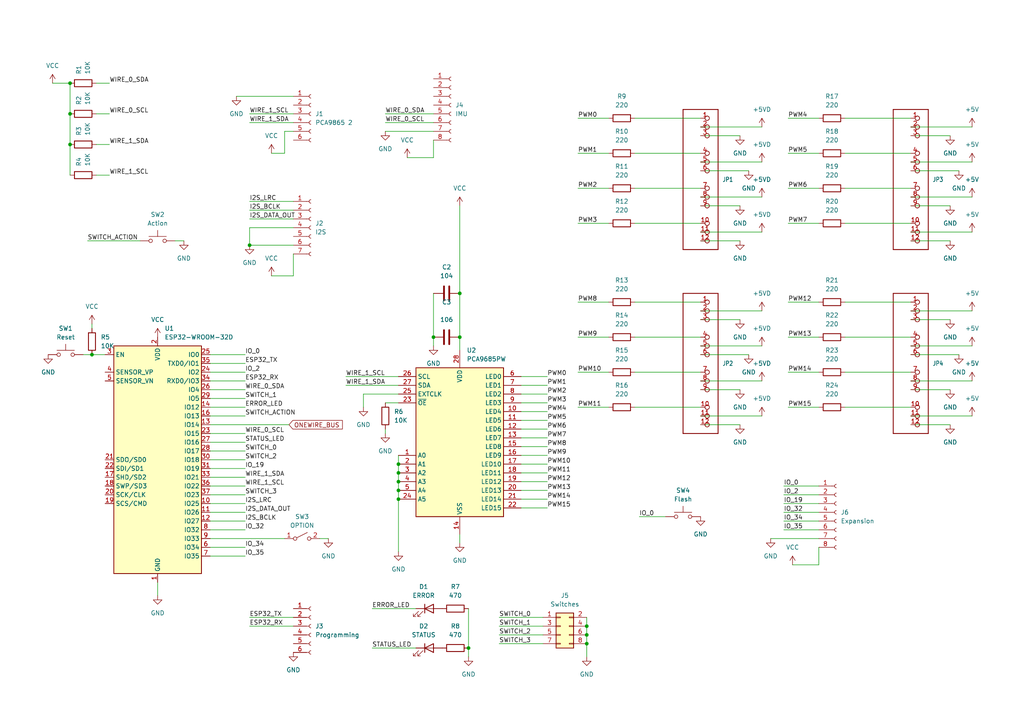
<source format=kicad_sch>
(kicad_sch (version 20211123) (generator eeschema)
  (paper "A4")
  (lib_symbols
    (symbol "Adafruit:HEADER-3X04"
      (property "Reference" "JP" (at -5.08 22.86 0))
      (property "Value" "HEADER-3X04" (at -5.08 -22.86 0))
      (symbol "HEADER-3X04_1_0"
        (polyline (pts (xy -5.08 -20.32) (xy -5.08 20.32)) (stroke (width 0.254)))
        (polyline (pts (xy -5.08 20.32) (xy 5.08 20.32)) (stroke (width 0.254)))
        (polyline (pts (xy 5.08 -20.32) (xy -5.08 -20.32)) (stroke (width 0.254)))
        (polyline (pts (xy 5.08 20.32) (xy 5.08 -20.32)) (stroke (width 0.254)))
        (pin passive inverted (at 0 17.78 0) (length 2.54) (name "1") (number "1"))
        (pin passive inverted (at 0 -12.7 0) (length 2.54) (name "10") (number "10"))
        (pin passive inverted (at 0 -15.24 0) (length 2.54) (name "11") (number "11"))
        (pin passive inverted (at 0 -17.78 0) (length 2.54) (name "12") (number "12"))
        (pin passive inverted (at 0 15.24 0) (length 2.54) (name "2") (number "2"))
        (pin passive inverted (at 0 12.7 0) (length 2.54) (name "3") (number "3"))
        (pin passive inverted (at 0 7.62 0) (length 2.54) (name "4") (number "4"))
        (pin passive inverted (at 0 5.08 0) (length 2.54) (name "5") (number "5"))
        (pin passive inverted (at 0 2.54 0) (length 2.54) (name "6") (number "6"))
        (pin passive inverted (at 0 -2.54 0) (length 2.54) (name "7") (number "7"))
        (pin passive inverted (at 0 -5.08 0) (length 2.54) (name "8") (number "8"))
        (pin passive inverted (at 0 -7.62 0) (length 2.54) (name "9") (number "9"))
      )
    )
    (symbol "Connector:Conn_01x06_Female" (pin_names (offset 1.016) hide)
      (property "Reference" "J" (at 0 7.62 0))
      (property "Value" "Conn_01x06_Female" (at 0 -10.16 0))
      (symbol "Conn_01x06_Female_1_1"
        (arc (start 0 -7.112) (mid -0.508 -7.62) (end 0 -8.128) (stroke (width 0.1524)))
        (arc (start 0 -4.572) (mid -0.508 -5.08) (end 0 -5.588) (stroke (width 0.1524)))
        (arc (start 0 -2.032) (mid -0.508 -2.54) (end 0 -3.048) (stroke (width 0.1524)))
        (polyline (pts (xy -1.27 -7.62) (xy -0.508 -7.62)) (stroke (width 0.1524)))
        (polyline (pts (xy -1.27 -5.08) (xy -0.508 -5.08)) (stroke (width 0.1524)))
        (polyline (pts (xy -1.27 -2.54) (xy -0.508 -2.54)) (stroke (width 0.1524)))
        (polyline (pts (xy -1.27 0) (xy -0.508 0)) (stroke (width 0.1524)))
        (polyline (pts (xy -1.27 2.54) (xy -0.508 2.54)) (stroke (width 0.1524)))
        (polyline (pts (xy -1.27 5.08) (xy -0.508 5.08)) (stroke (width 0.1524)))
        (arc (start 0 0.508) (mid -0.508 0) (end 0 -0.508) (stroke (width 0.1524)))
        (arc (start 0 3.048) (mid -0.508 2.54) (end 0 2.032) (stroke (width 0.1524)))
        (arc (start 0 5.588) (mid -0.508 5.08) (end 0 4.572) (stroke (width 0.1524)))
        (pin passive line (at -5.08 5.08 0) (length 3.81) (name "Pin_1") (number "1"))
        (pin passive line (at -5.08 2.54 0) (length 3.81) (name "Pin_2") (number "2"))
        (pin passive line (at -5.08 0 0) (length 3.81) (name "Pin_3") (number "3"))
        (pin passive line (at -5.08 -2.54 0) (length 3.81) (name "Pin_4") (number "4"))
        (pin passive line (at -5.08 -5.08 0) (length 3.81) (name "Pin_5") (number "5"))
        (pin passive line (at -5.08 -7.62 0) (length 3.81) (name "Pin_6") (number "6"))
      )
    )
    (symbol "Connector:Conn_01x07_Female" (pin_names (offset 1.016) hide)
      (property "Reference" "J" (at 0 10.16 0))
      (property "Value" "Conn_01x07_Female" (at 0 -10.16 0))
      (symbol "Conn_01x07_Female_1_1"
        (arc (start 0 -7.112) (mid -0.508 -7.62) (end 0 -8.128) (stroke (width 0.1524)))
        (arc (start 0 -4.572) (mid -0.508 -5.08) (end 0 -5.588) (stroke (width 0.1524)))
        (arc (start 0 -2.032) (mid -0.508 -2.54) (end 0 -3.048) (stroke (width 0.1524)))
        (polyline (pts (xy -1.27 -7.62) (xy -0.508 -7.62)) (stroke (width 0.1524)))
        (polyline (pts (xy -1.27 -5.08) (xy -0.508 -5.08)) (stroke (width 0.1524)))
        (polyline (pts (xy -1.27 -2.54) (xy -0.508 -2.54)) (stroke (width 0.1524)))
        (polyline (pts (xy -1.27 0) (xy -0.508 0)) (stroke (width 0.1524)))
        (polyline (pts (xy -1.27 2.54) (xy -0.508 2.54)) (stroke (width 0.1524)))
        (polyline (pts (xy -1.27 5.08) (xy -0.508 5.08)) (stroke (width 0.1524)))
        (polyline (pts (xy -1.27 7.62) (xy -0.508 7.62)) (stroke (width 0.1524)))
        (arc (start 0 0.508) (mid -0.508 0) (end 0 -0.508) (stroke (width 0.1524)))
        (arc (start 0 3.048) (mid -0.508 2.54) (end 0 2.032) (stroke (width 0.1524)))
        (arc (start 0 5.588) (mid -0.508 5.08) (end 0 4.572) (stroke (width 0.1524)))
        (arc (start 0 8.128) (mid -0.508 7.62) (end 0 7.112) (stroke (width 0.1524)))
        (pin passive line (at -5.08 7.62 0) (length 3.81) (name "Pin_1") (number "1"))
        (pin passive line (at -5.08 5.08 0) (length 3.81) (name "Pin_2") (number "2"))
        (pin passive line (at -5.08 2.54 0) (length 3.81) (name "Pin_3") (number "3"))
        (pin passive line (at -5.08 0 0) (length 3.81) (name "Pin_4") (number "4"))
        (pin passive line (at -5.08 -2.54 0) (length 3.81) (name "Pin_5") (number "5"))
        (pin passive line (at -5.08 -5.08 0) (length 3.81) (name "Pin_6") (number "6"))
        (pin passive line (at -5.08 -7.62 0) (length 3.81) (name "Pin_7") (number "7"))
      )
    )
    (symbol "Connector:Conn_01x08_Female" (pin_names (offset 1.016) hide)
      (property "Reference" "J" (at 0 10.16 0))
      (property "Value" "Conn_01x08_Female" (at 0 -12.7 0))
      (symbol "Conn_01x08_Female_1_1"
        (arc (start 0 -9.652) (mid -0.508 -10.16) (end 0 -10.668) (stroke (width 0.1524)))
        (arc (start 0 -7.112) (mid -0.508 -7.62) (end 0 -8.128) (stroke (width 0.1524)))
        (arc (start 0 -4.572) (mid -0.508 -5.08) (end 0 -5.588) (stroke (width 0.1524)))
        (arc (start 0 -2.032) (mid -0.508 -2.54) (end 0 -3.048) (stroke (width 0.1524)))
        (polyline (pts (xy -1.27 -10.16) (xy -0.508 -10.16)) (stroke (width 0.1524)))
        (polyline (pts (xy -1.27 -7.62) (xy -0.508 -7.62)) (stroke (width 0.1524)))
        (polyline (pts (xy -1.27 -5.08) (xy -0.508 -5.08)) (stroke (width 0.1524)))
        (polyline (pts (xy -1.27 -2.54) (xy -0.508 -2.54)) (stroke (width 0.1524)))
        (polyline (pts (xy -1.27 0) (xy -0.508 0)) (stroke (width 0.1524)))
        (polyline (pts (xy -1.27 2.54) (xy -0.508 2.54)) (stroke (width 0.1524)))
        (polyline (pts (xy -1.27 5.08) (xy -0.508 5.08)) (stroke (width 0.1524)))
        (polyline (pts (xy -1.27 7.62) (xy -0.508 7.62)) (stroke (width 0.1524)))
        (arc (start 0 0.508) (mid -0.508 0) (end 0 -0.508) (stroke (width 0.1524)))
        (arc (start 0 3.048) (mid -0.508 2.54) (end 0 2.032) (stroke (width 0.1524)))
        (arc (start 0 5.588) (mid -0.508 5.08) (end 0 4.572) (stroke (width 0.1524)))
        (arc (start 0 8.128) (mid -0.508 7.62) (end 0 7.112) (stroke (width 0.1524)))
        (pin passive line (at -5.08 7.62 0) (length 3.81) (name "Pin_1") (number "1"))
        (pin passive line (at -5.08 5.08 0) (length 3.81) (name "Pin_2") (number "2"))
        (pin passive line (at -5.08 2.54 0) (length 3.81) (name "Pin_3") (number "3"))
        (pin passive line (at -5.08 0 0) (length 3.81) (name "Pin_4") (number "4"))
        (pin passive line (at -5.08 -2.54 0) (length 3.81) (name "Pin_5") (number "5"))
        (pin passive line (at -5.08 -5.08 0) (length 3.81) (name "Pin_6") (number "6"))
        (pin passive line (at -5.08 -7.62 0) (length 3.81) (name "Pin_7") (number "7"))
        (pin passive line (at -5.08 -10.16 0) (length 3.81) (name "Pin_8") (number "8"))
      )
    )
    (symbol "Connector_Generic:Conn_02x04_Odd_Even" (pin_names (offset 1.016) hide)
      (property "Reference" "J" (at 1.27 5.08 0))
      (property "Value" "Conn_02x04_Odd_Even" (at 1.27 -7.62 0))
      (symbol "Conn_02x04_Odd_Even_1_1"
        (rectangle (start -1.27 -4.953) (end 0 -5.207) (stroke (width 0.1524)))
        (rectangle (start -1.27 -2.413) (end 0 -2.667) (stroke (width 0.1524)))
        (rectangle (start -1.27 0.127) (end 0 -0.127) (stroke (width 0.1524)))
        (rectangle (start -1.27 2.667) (end 0 2.413) (stroke (width 0.1524)))
        (rectangle (start -1.27 3.81) (end 3.81 -6.35) (stroke (width 0.254)) (fill (type background)))
        (rectangle (start 3.81 -4.953) (end 2.54 -5.207) (stroke (width 0.1524)))
        (rectangle (start 3.81 -2.413) (end 2.54 -2.667) (stroke (width 0.1524)))
        (rectangle (start 3.81 0.127) (end 2.54 -0.127) (stroke (width 0.1524)))
        (rectangle (start 3.81 2.667) (end 2.54 2.413) (stroke (width 0.1524)))
        (pin passive line (at -5.08 2.54 0) (length 3.81) (name "Pin_1") (number "1"))
        (pin passive line (at 7.62 2.54 180) (length 3.81) (name "Pin_2") (number "2"))
        (pin passive line (at -5.08 0 0) (length 3.81) (name "Pin_3") (number "3"))
        (pin passive line (at 7.62 0 180) (length 3.81) (name "Pin_4") (number "4"))
        (pin passive line (at -5.08 -2.54 0) (length 3.81) (name "Pin_5") (number "5"))
        (pin passive line (at 7.62 -2.54 180) (length 3.81) (name "Pin_6") (number "6"))
        (pin passive line (at -5.08 -5.08 0) (length 3.81) (name "Pin_7") (number "7"))
        (pin passive line (at 7.62 -5.08 180) (length 3.81) (name "Pin_8") (number "8"))
      )
    )
    (symbol "Device:C" (pin_numbers hide) (pin_names (offset 0.254))
      (property "Reference" "C" (at 0.635 2.54 0))
      (property "Value" "C" (at 0.635 -2.54 0))
      (symbol "C_0_1"
        (polyline (pts (xy -2.032 -0.762) (xy 2.032 -0.762)) (stroke (width 0.508)))
        (polyline (pts (xy -2.032 0.762) (xy 2.032 0.762)) (stroke (width 0.508)))
      )
      (symbol "C_1_1"
        (pin passive line (at 0 3.81 270) (length 2.794) (name "~") (number "1"))
        (pin passive line (at 0 -3.81 90) (length 2.794) (name "~") (number "2"))
      )
    )
    (symbol "Device:LED" (pin_numbers hide) (pin_names (offset 1.016) hide)
      (property "Reference" "D" (at 0 2.54 0))
      (property "Value" "LED" (at 0 -2.54 0))
      (symbol "LED_0_1"
        (polyline (pts (xy -1.27 -1.27) (xy -1.27 1.27)) (stroke (width 0.254)))
        (polyline (pts (xy -1.27 0) (xy 1.27 0)))
        (polyline (pts (xy 1.27 -1.27) (xy 1.27 1.27) (xy -1.27 0) (xy 1.27 -1.27)) (stroke (width 0.254)))
        (polyline (pts (xy -3.048 -0.762) (xy -4.572 -2.286) (xy -3.81 -2.286) (xy -4.572 -2.286) (xy -4.572 -1.524)))
        (polyline (pts (xy -1.778 -0.762) (xy -3.302 -2.286) (xy -2.54 -2.286) (xy -3.302 -2.286) (xy -3.302 -1.524)))
      )
      (symbol "LED_1_1"
        (pin passive line (at -3.81 0 0) (length 2.54) (name "K") (number "1"))
        (pin passive line (at 3.81 0 180) (length 2.54) (name "A") (number "2"))
      )
    )
    (symbol "Device:R" (pin_numbers hide) (pin_names (offset 0))
      (property "Reference" "R" (at 2.032 0 90))
      (property "Value" "R" (at 0 0 90))
      (symbol "R_0_1"
        (rectangle (start -1.016 -2.54) (end 1.016 2.54) (stroke (width 0.254)))
      )
      (symbol "R_1_1"
        (pin passive line (at 0 3.81 270) (length 1.27) (name "~") (number "1"))
        (pin passive line (at 0 -3.81 90) (length 1.27) (name "~") (number "2"))
      )
    )
    (symbol "Driver_LED:PCA9685PW"
      (property "Reference" "U" (at -12.7 22.225 0))
      (property "Value" "PCA9685PW" (at 1.27 22.225 0))
      (symbol "PCA9685PW_0_1"
        (rectangle (start -12.7 20.32) (end 12.7 -22.86) (stroke (width 0.254)) (fill (type background)))
      )
      (symbol "PCA9685PW_1_1"
        (pin input line (at -17.78 -5.08 0) (length 5.08) (name "A0") (number "1"))
        (pin output line (at 17.78 7.62 180) (length 5.08) (name "LED4") (number "10"))
        (pin output line (at 17.78 5.08 180) (length 5.08) (name "LED5") (number "11"))
        (pin output line (at 17.78 2.54 180) (length 5.08) (name "LED6") (number "12"))
        (pin output line (at 17.78 0 180) (length 5.08) (name "LED7") (number "13"))
        (pin power_in line (at 0 -27.94 90) (length 5.08) (name "VSS") (number "14"))
        (pin output line (at 17.78 -2.54 180) (length 5.08) (name "LED8") (number "15"))
        (pin output line (at 17.78 -5.08 180) (length 5.08) (name "LED9") (number "16"))
        (pin output line (at 17.78 -7.62 180) (length 5.08) (name "LED10") (number "17"))
        (pin output line (at 17.78 -10.16 180) (length 5.08) (name "LED11") (number "18"))
        (pin output line (at 17.78 -12.7 180) (length 5.08) (name "LED12") (number "19"))
        (pin input line (at -17.78 -7.62 0) (length 5.08) (name "A1") (number "2"))
        (pin output line (at 17.78 -15.24 180) (length 5.08) (name "LED13") (number "20"))
        (pin output line (at 17.78 -17.78 180) (length 5.08) (name "LED14") (number "21"))
        (pin output line (at 17.78 -20.32 180) (length 5.08) (name "LED15") (number "22"))
        (pin input line (at -17.78 10.16 0) (length 5.08) (name "~{OE}") (number "23"))
        (pin input line (at -17.78 -17.78 0) (length 5.08) (name "A5") (number "24"))
        (pin input line (at -17.78 12.7 0) (length 5.08) (name "EXTCLK") (number "25"))
        (pin input line (at -17.78 17.78 0) (length 5.08) (name "SCL") (number "26"))
        (pin bidirectional line (at -17.78 15.24 0) (length 5.08) (name "SDA") (number "27"))
        (pin power_in line (at 0 25.4 270) (length 5.08) (name "VDD") (number "28"))
        (pin input line (at -17.78 -10.16 0) (length 5.08) (name "A2") (number "3"))
        (pin input line (at -17.78 -12.7 0) (length 5.08) (name "A3") (number "4"))
        (pin input line (at -17.78 -15.24 0) (length 5.08) (name "A4") (number "5"))
        (pin output line (at 17.78 17.78 180) (length 5.08) (name "LED0") (number "6"))
        (pin output line (at 17.78 15.24 180) (length 5.08) (name "LED1") (number "7"))
        (pin output line (at 17.78 12.7 180) (length 5.08) (name "LED2") (number "8"))
        (pin output line (at 17.78 10.16 180) (length 5.08) (name "LED3") (number "9"))
      )
    )
    (symbol "RF_Module:ESP32-WROOM-32D"
      (property "Reference" "U" (at -12.7 34.29 0))
      (property "Value" "ESP32-WROOM-32D" (at 1.27 34.29 0))
      (symbol "ESP32-WROOM-32D_0_1"
        (rectangle (start -12.7 33.02) (end 12.7 -33.02) (stroke (width 0.254)) (fill (type background)))
      )
      (symbol "ESP32-WROOM-32D_1_1"
        (pin power_in line (at 0 -35.56 90) (length 2.54) (name "GND") (number "1"))
        (pin bidirectional line (at 15.24 -12.7 180) (length 2.54) (name "IO25") (number "10"))
        (pin bidirectional line (at 15.24 -15.24 180) (length 2.54) (name "IO26") (number "11"))
        (pin bidirectional line (at 15.24 -17.78 180) (length 2.54) (name "IO27") (number "12"))
        (pin bidirectional line (at 15.24 10.16 180) (length 2.54) (name "IO14") (number "13"))
        (pin bidirectional line (at 15.24 15.24 180) (length 2.54) (name "IO12") (number "14"))
        (pin passive line (at 0 -35.56 90) (length 2.54) hide (name "GND") (number "15"))
        (pin bidirectional line (at 15.24 12.7 180) (length 2.54) (name "IO13") (number "16"))
        (pin bidirectional line (at -15.24 -5.08 0) (length 2.54) (name "SHD/SD2") (number "17"))
        (pin bidirectional line (at -15.24 -7.62 0) (length 2.54) (name "SWP/SD3") (number "18"))
        (pin bidirectional line (at -15.24 -12.7 0) (length 2.54) (name "SCS/CMD") (number "19"))
        (pin power_in line (at 0 35.56 270) (length 2.54) (name "VDD") (number "2"))
        (pin bidirectional line (at -15.24 -10.16 0) (length 2.54) (name "SCK/CLK") (number "20"))
        (pin bidirectional line (at -15.24 0 0) (length 2.54) (name "SDO/SD0") (number "21"))
        (pin bidirectional line (at -15.24 -2.54 0) (length 2.54) (name "SDI/SD1") (number "22"))
        (pin bidirectional line (at 15.24 7.62 180) (length 2.54) (name "IO15") (number "23"))
        (pin bidirectional line (at 15.24 25.4 180) (length 2.54) (name "IO2") (number "24"))
        (pin bidirectional line (at 15.24 30.48 180) (length 2.54) (name "IO0") (number "25"))
        (pin bidirectional line (at 15.24 20.32 180) (length 2.54) (name "IO4") (number "26"))
        (pin bidirectional line (at 15.24 5.08 180) (length 2.54) (name "IO16") (number "27"))
        (pin bidirectional line (at 15.24 2.54 180) (length 2.54) (name "IO17") (number "28"))
        (pin bidirectional line (at 15.24 17.78 180) (length 2.54) (name "IO5") (number "29"))
        (pin input line (at -15.24 30.48 0) (length 2.54) (name "EN") (number "3"))
        (pin bidirectional line (at 15.24 0 180) (length 2.54) (name "IO18") (number "30"))
        (pin bidirectional line (at 15.24 -2.54 180) (length 2.54) (name "IO19") (number "31"))
        (pin no_connect line (at -12.7 -27.94 0) (length 2.54) hide (name "NC") (number "32"))
        (pin bidirectional line (at 15.24 -5.08 180) (length 2.54) (name "IO21") (number "33"))
        (pin bidirectional line (at 15.24 22.86 180) (length 2.54) (name "RXD0/IO3") (number "34"))
        (pin bidirectional line (at 15.24 27.94 180) (length 2.54) (name "TXD0/IO1") (number "35"))
        (pin bidirectional line (at 15.24 -7.62 180) (length 2.54) (name "IO22") (number "36"))
        (pin bidirectional line (at 15.24 -10.16 180) (length 2.54) (name "IO23") (number "37"))
        (pin passive line (at 0 -35.56 90) (length 2.54) hide (name "GND") (number "38"))
        (pin passive line (at 0 -35.56 90) (length 2.54) hide (name "GND") (number "39"))
        (pin input line (at -15.24 25.4 0) (length 2.54) (name "SENSOR_VP") (number "4"))
        (pin input line (at -15.24 22.86 0) (length 2.54) (name "SENSOR_VN") (number "5"))
        (pin input line (at 15.24 -25.4 180) (length 2.54) (name "IO34") (number "6"))
        (pin input line (at 15.24 -27.94 180) (length 2.54) (name "IO35") (number "7"))
        (pin bidirectional line (at 15.24 -20.32 180) (length 2.54) (name "IO32") (number "8"))
        (pin bidirectional line (at 15.24 -22.86 180) (length 2.54) (name "IO33") (number "9"))
      )
    )
    (symbol "Switch:SW_Push" (pin_numbers hide) (pin_names (offset 1.016) hide)
      (property "Reference" "SW" (at 1.27 2.54 0))
      (property "Value" "SW_Push" (at 0 -1.524 0))
      (symbol "SW_Push_0_1"
        (circle (center -2.032 0) (radius 0.508))
        (polyline (pts (xy 0 1.27) (xy 0 3.048)))
        (polyline (pts (xy 2.54 1.27) (xy -2.54 1.27)))
        (circle (center 2.032 0) (radius 0.508))
        (pin passive line (at -5.08 0 0) (length 2.54) (name "1") (number "1"))
        (pin passive line (at 5.08 0 180) (length 2.54) (name "2") (number "2"))
      )
    )
    (symbol "Switch:SW_SPST" (pin_names (offset 0) hide)
      (property "Reference" "SW" (at 0 3.175 0))
      (property "Value" "SW_SPST" (at 0 -2.54 0))
      (symbol "SW_SPST_0_0"
        (circle (center -2.032 0) (radius 0.508))
        (polyline (pts (xy -1.524 0.254) (xy 1.524 1.778)))
        (circle (center 2.032 0) (radius 0.508))
      )
      (symbol "SW_SPST_1_1"
        (pin passive line (at -5.08 0 0) (length 2.54) (name "A") (number "1"))
        (pin passive line (at 5.08 0 180) (length 2.54) (name "B") (number "2"))
      )
    )
    (symbol "power:+5V" (power) (pin_names (offset 0))
      (property "Value" "+5V" (at 0 3.556 0))
      (symbol "+5V_0_1"
        (polyline (pts (xy -0.762 1.27) (xy 0 2.54)))
        (polyline (pts (xy 0 0) (xy 0 2.54)))
        (polyline (pts (xy 0 2.54) (xy 0.762 1.27)))
      )
      (symbol "+5V_1_1"
        (pin power_in line (at 0 0 90) (length 0) hide (name "+5V") (number "1"))
      )
    )
    (symbol "power:+5VD" (power) (pin_names (offset 0))
      (property "Value" "+5VD" (at 0 3.556 0))
      (symbol "+5VD_0_1"
        (polyline (pts (xy -0.762 1.27) (xy 0 2.54)))
        (polyline (pts (xy 0 0) (xy 0 2.54)))
        (polyline (pts (xy 0 2.54) (xy 0.762 1.27)))
      )
      (symbol "+5VD_1_1"
        (pin power_in line (at 0 0 90) (length 0) hide (name "+5VD") (number "1"))
      )
    )
    (symbol "power:GND" (power) (pin_names (offset 0))
      (property "Value" "GND" (at 0 -3.81 0))
      (symbol "GND_0_1"
        (polyline (pts (xy 0 0) (xy 0 -1.27) (xy 1.27 -1.27) (xy 0 -2.54) (xy -1.27 -1.27) (xy 0 -1.27)))
      )
      (symbol "GND_1_1"
        (pin power_in line (at 0 0 270) (length 0) hide (name "GND") (number "1"))
      )
    )
    (symbol "power:VCC" (power) (pin_names (offset 0))
      (property "Value" "VCC" (at 0 3.81 0))
      (symbol "VCC_0_1"
        (polyline (pts (xy -0.762 1.27) (xy 0 2.54)))
        (polyline (pts (xy 0 0) (xy 0 2.54)))
        (polyline (pts (xy 0 2.54) (xy 0.762 1.27)))
      )
      (symbol "VCC_1_1"
        (pin power_in line (at 0 0 90) (length 0) hide (name "VCC") (number "1"))
      )
    )
  )
  (junction (at 115.57 144.78))
  (junction (at 170.18 181.61))
  (junction (at 115.57 142.24))
  (junction (at 133.35 85.09))
  (junction (at 20.32 24.13))
  (junction (at 115.57 134.62))
  (junction (at 170.18 184.15))
  (junction (at 135.89 187.96))
  (junction (at 20.32 33.02))
  (junction (at 170.18 186.69))
  (junction (at 125.73 97.79))
  (junction (at 115.57 139.7))
  (junction (at 20.32 41.91))
  (junction (at 115.57 137.16))
  (junction (at 26.67 102.87))
  (junction (at 133.35 97.79))
  (junction (at 72.39 71.12))
  (wire (pts (xy 245.11 97.79) (xy 264.16 97.79)))
  (wire (pts (xy 72.39 33.02) (xy 85.09 33.02)))
  (wire (pts (xy 184.15 44.45) (xy 203.2 44.45)))
  (wire (pts (xy 245.11 54.61) (xy 264.16 54.61)))
  (wire (pts (xy 245.11 107.95) (xy 264.16 107.95)))
  (wire (pts (xy 105.41 114.3) (xy 105.41 118.11)))
  (wire (pts (xy 68.58 27.94) (xy 85.09 27.94)))
  (wire (pts (xy 227.33 143.51) (xy 237.49 143.51)))
  (wire (pts (xy 228.6 44.45) (xy 237.49 44.45)))
  (wire (pts (xy 237.49 158.75) (xy 237.49 163.83)))
  (wire (pts (xy 228.6 87.63) (xy 237.49 87.63)))
  (wire (pts (xy 184.15 97.79) (xy 203.2 97.79)))
  (wire (pts (xy 228.6 54.61) (xy 237.49 54.61)))
  (wire (pts (xy 60.96 128.27) (xy 71.12 128.27)))
  (wire (pts (xy 264.16 57.15) (xy 281.94 57.15)))
  (wire (pts (xy 111.76 125.73) (xy 111.76 124.46)))
  (wire (pts (xy 144.78 181.61) (xy 157.48 181.61)))
  (wire (pts (xy 151.13 119.38) (xy 158.75 119.38)))
  (wire (pts (xy 25.4 69.85) (xy 40.64 69.85)))
  (wire (pts (xy 60.96 156.21) (xy 82.55 156.21)))
  (wire (pts (xy 227.33 140.97) (xy 237.49 140.97)))
  (wire (pts (xy 228.6 64.77) (xy 237.49 64.77)))
  (wire (pts (xy 203.2 49.53) (xy 217.17 49.53)))
  (wire (pts (xy 60.96 161.29) (xy 71.12 161.29)))
  (wire (pts (xy 27.94 41.91) (xy 31.75 41.91)))
  (wire (pts (xy 184.15 34.29) (xy 203.2 34.29)))
  (wire (pts (xy 264.16 120.65) (xy 281.94 120.65)))
  (wire (pts (xy 167.64 118.11) (xy 176.53 118.11)))
  (wire (pts (xy 227.33 148.59) (xy 237.49 148.59)))
  (wire (pts (xy 20.32 41.91) (xy 20.32 50.8)))
  (wire (pts (xy 144.78 179.07) (xy 157.48 179.07)))
  (wire (pts (xy 82.55 44.45) (xy 78.74 44.45)))
  (wire (pts (xy 203.2 102.87) (xy 217.17 102.87)))
  (wire (pts (xy 228.6 107.95) (xy 237.49 107.95)))
  (wire (pts (xy 151.13 142.24) (xy 158.75 142.24)))
  (wire (pts (xy 15.24 24.13) (xy 20.32 24.13)))
  (wire (pts (xy 151.13 132.08) (xy 158.75 132.08)))
  (wire (pts (xy 72.39 60.96) (xy 85.09 60.96)))
  (wire (pts (xy 72.39 35.56) (xy 85.09 35.56)))
  (wire (pts (xy 228.6 118.11) (xy 237.49 118.11)))
  (wire (pts (xy 27.94 50.8) (xy 31.75 50.8)))
  (wire (pts (xy 60.96 153.67) (xy 71.12 153.67)))
  (wire (pts (xy 60.96 130.81) (xy 71.12 130.81)))
  (wire (pts (xy 203.2 92.71) (xy 214.63 92.71)))
  (wire (pts (xy 151.13 121.92) (xy 158.75 121.92)))
  (wire (pts (xy 264.16 39.37) (xy 275.59 39.37)))
  (wire (pts (xy 167.64 107.95) (xy 176.53 107.95)))
  (wire (pts (xy 151.13 134.62) (xy 158.75 134.62)))
  (wire (pts (xy 60.96 148.59) (xy 71.12 148.59)))
  (wire (pts (xy 245.11 118.11) (xy 264.16 118.11)))
  (wire (pts (xy 203.2 90.17) (xy 220.98 90.17)))
  (wire (pts (xy 151.13 147.32) (xy 158.75 147.32)))
  (wire (pts (xy 125.73 40.64) (xy 125.73 45.72)))
  (wire (pts (xy 50.8 69.85) (xy 53.34 69.85)))
  (wire (pts (xy 72.39 58.42) (xy 85.09 58.42)))
  (wire (pts (xy 264.16 90.17) (xy 281.94 90.17)))
  (wire (pts (xy 60.96 107.95) (xy 71.12 107.95)))
  (wire (pts (xy 264.16 113.03) (xy 275.59 113.03)))
  (wire (pts (xy 264.16 46.99) (xy 281.94 46.99)))
  (wire (pts (xy 223.52 156.21) (xy 237.49 156.21)))
  (wire (pts (xy 245.11 64.77) (xy 264.16 64.77)))
  (wire (pts (xy 60.96 125.73) (xy 71.12 125.73)))
  (wire (pts (xy 167.64 54.61) (xy 176.53 54.61)))
  (wire (pts (xy 203.2 113.03) (xy 214.63 113.03)))
  (wire (pts (xy 227.33 151.13) (xy 237.49 151.13)))
  (wire (pts (xy 60.96 158.75) (xy 71.12 158.75)))
  (wire (pts (xy 60.96 105.41) (xy 71.12 105.41)))
  (wire (pts (xy 184.15 64.77) (xy 203.2 64.77)))
  (wire (pts (xy 60.96 115.57) (xy 71.12 115.57)))
  (wire (pts (xy 72.39 71.12) (xy 85.09 71.12)))
  (wire (pts (xy 60.96 118.11) (xy 71.12 118.11)))
  (wire (pts (xy 115.57 142.24) (xy 115.57 139.7)))
  (wire (pts (xy 60.96 123.19) (xy 83.82 123.19)))
  (wire (pts (xy 135.89 176.53) (xy 135.89 187.96)))
  (wire (pts (xy 111.76 33.02) (xy 125.73 33.02)))
  (wire (pts (xy 167.64 34.29) (xy 176.53 34.29)))
  (wire (pts (xy 100.33 109.22) (xy 115.57 109.22)))
  (wire (pts (xy 264.16 110.49) (xy 281.94 110.49)))
  (wire (pts (xy 60.96 151.13) (xy 71.12 151.13)))
  (wire (pts (xy 60.96 140.97) (xy 71.12 140.97)))
  (wire (pts (xy 203.2 39.37) (xy 214.63 39.37)))
  (wire (pts (xy 151.13 111.76) (xy 158.75 111.76)))
  (wire (pts (xy 82.55 38.1) (xy 82.55 44.45)))
  (wire (pts (xy 203.2 46.99) (xy 220.98 46.99)))
  (wire (pts (xy 203.2 36.83) (xy 220.98 36.83)))
  (wire (pts (xy 27.94 33.02) (xy 31.75 33.02)))
  (wire (pts (xy 60.96 146.05) (xy 71.12 146.05)))
  (wire (pts (xy 72.39 181.61) (xy 85.09 181.61)))
  (wire (pts (xy 45.72 172.72) (xy 45.72 168.91)))
  (wire (pts (xy 151.13 137.16) (xy 158.75 137.16)))
  (wire (pts (xy 203.2 69.85) (xy 214.63 69.85)))
  (wire (pts (xy 184.15 54.61) (xy 203.2 54.61)))
  (wire (pts (xy 184.15 118.11) (xy 203.2 118.11)))
  (wire (pts (xy 107.95 187.96) (xy 120.65 187.96)))
  (wire (pts (xy 167.64 44.45) (xy 176.53 44.45)))
  (wire (pts (xy 135.89 187.96) (xy 135.89 190.5)))
  (wire (pts (xy 264.16 36.83) (xy 281.94 36.83)))
  (wire (pts (xy 245.11 44.45) (xy 264.16 44.45)))
  (wire (pts (xy 111.76 38.1) (xy 125.73 38.1)))
  (wire (pts (xy 27.94 24.13) (xy 31.75 24.13)))
  (wire (pts (xy 20.32 24.13) (xy 20.32 33.02)))
  (wire (pts (xy 170.18 181.61) (xy 170.18 184.15)))
  (wire (pts (xy 133.35 59.69) (xy 133.35 85.09)))
  (wire (pts (xy 60.96 133.35) (xy 71.12 133.35)))
  (wire (pts (xy 26.67 102.87) (xy 30.48 102.87)))
  (wire (pts (xy 151.13 144.78) (xy 158.75 144.78)))
  (wire (pts (xy 264.16 59.69) (xy 275.59 59.69)))
  (wire (pts (xy 229.87 163.83) (xy 237.49 163.83)))
  (wire (pts (xy 60.96 113.03) (xy 71.12 113.03)))
  (wire (pts (xy 264.16 69.85) (xy 275.59 69.85)))
  (wire (pts (xy 144.78 184.15) (xy 157.48 184.15)))
  (wire (pts (xy 151.13 139.7) (xy 158.75 139.7)))
  (wire (pts (xy 184.15 107.95) (xy 203.2 107.95)))
  (wire (pts (xy 26.67 93.98) (xy 26.67 95.25)))
  (wire (pts (xy 72.39 63.5) (xy 85.09 63.5)))
  (wire (pts (xy 72.39 66.04) (xy 72.39 71.12)))
  (wire (pts (xy 203.2 100.33) (xy 220.98 100.33)))
  (wire (pts (xy 227.33 146.05) (xy 237.49 146.05)))
  (wire (pts (xy 125.73 85.09) (xy 125.73 97.79)))
  (wire (pts (xy 167.64 97.79) (xy 176.53 97.79)))
  (wire (pts (xy 245.11 34.29) (xy 264.16 34.29)))
  (wire (pts (xy 170.18 184.15) (xy 170.18 186.69)))
  (wire (pts (xy 264.16 102.87) (xy 278.13 102.87)))
  (wire (pts (xy 203.2 67.31) (xy 220.98 67.31)))
  (wire (pts (xy 133.35 97.79) (xy 133.35 101.6)))
  (wire (pts (xy 144.78 186.69) (xy 157.48 186.69)))
  (wire (pts (xy 264.16 49.53) (xy 278.13 49.53)))
  (wire (pts (xy 264.16 100.33) (xy 281.94 100.33)))
  (wire (pts (xy 78.74 80.01) (xy 85.09 80.01)))
  (wire (pts (xy 203.2 59.69) (xy 214.63 59.69)))
  (wire (pts (xy 60.96 143.51) (xy 71.12 143.51)))
  (wire (pts (xy 151.13 116.84) (xy 158.75 116.84)))
  (wire (pts (xy 60.96 138.43) (xy 71.12 138.43)))
  (wire (pts (xy 20.32 33.02) (xy 20.32 41.91)))
  (wire (pts (xy 151.13 109.22) (xy 158.75 109.22)))
  (wire (pts (xy 167.64 64.77) (xy 176.53 64.77)))
  (wire (pts (xy 60.96 120.65) (xy 71.12 120.65)))
  (wire (pts (xy 85.09 66.04) (xy 72.39 66.04)))
  (wire (pts (xy 167.64 87.63) (xy 176.53 87.63)))
  (wire (pts (xy 118.11 45.72) (xy 125.73 45.72)))
  (wire (pts (xy 227.33 153.67) (xy 237.49 153.67)))
  (wire (pts (xy 115.57 114.3) (xy 105.41 114.3)))
  (wire (pts (xy 170.18 179.07) (xy 170.18 181.61)))
  (wire (pts (xy 115.57 134.62) (xy 115.57 132.08)))
  (wire (pts (xy 133.35 85.09) (xy 133.35 97.79)))
  (wire (pts (xy 228.6 97.79) (xy 237.49 97.79)))
  (wire (pts (xy 115.57 137.16) (xy 115.57 134.62)))
  (wire (pts (xy 151.13 129.54) (xy 158.75 129.54)))
  (wire (pts (xy 133.35 157.48) (xy 133.35 154.94)))
  (wire (pts (xy 92.71 156.21) (xy 95.25 156.21)))
  (wire (pts (xy 107.95 176.53) (xy 120.65 176.53)))
  (wire (pts (xy 203.2 57.15) (xy 220.98 57.15)))
  (wire (pts (xy 85.09 73.66) (xy 85.09 80.01)))
  (wire (pts (xy 228.6 34.29) (xy 237.49 34.29)))
  (wire (pts (xy 203.2 110.49) (xy 220.98 110.49)))
  (wire (pts (xy 170.18 186.69) (xy 170.18 190.5)))
  (wire (pts (xy 125.73 100.33) (xy 125.73 97.79)))
  (wire (pts (xy 72.39 179.07) (xy 85.09 179.07)))
  (wire (pts (xy 100.33 111.76) (xy 115.57 111.76)))
  (wire (pts (xy 115.57 144.78) (xy 115.57 142.24)))
  (wire (pts (xy 60.96 110.49) (xy 71.12 110.49)))
  (wire (pts (xy 203.2 123.19) (xy 214.63 123.19)))
  (wire (pts (xy 60.96 135.89) (xy 71.12 135.89)))
  (wire (pts (xy 245.11 87.63) (xy 264.16 87.63)))
  (wire (pts (xy 115.57 139.7) (xy 115.57 137.16)))
  (wire (pts (xy 264.16 92.71) (xy 275.59 92.71)))
  (wire (pts (xy 60.96 102.87) (xy 71.12 102.87)))
  (wire (pts (xy 111.76 116.84) (xy 115.57 116.84)))
  (wire (pts (xy 24.13 102.87) (xy 26.67 102.87)))
  (wire (pts (xy 115.57 160.02) (xy 115.57 144.78)))
  (wire (pts (xy 151.13 127) (xy 158.75 127)))
  (wire (pts (xy 151.13 114.3) (xy 158.75 114.3)))
  (wire (pts (xy 151.13 124.46) (xy 158.75 124.46)))
  (wire (pts (xy 184.15 87.63) (xy 203.2 87.63)))
  (wire (pts (xy 203.2 120.65) (xy 220.98 120.65)))
  (wire (pts (xy 111.76 35.56) (xy 125.73 35.56)))
  (wire (pts (xy 85.09 38.1) (xy 82.55 38.1)))
  (wire (pts (xy 185.42 149.86) (xy 193.04 149.86)))
  (wire (pts (xy 264.16 67.31) (xy 281.94 67.31)))
  (wire (pts (xy 264.16 123.19) (xy 275.59 123.19)))
  (label "IO_34" (at 71.12 158.75 0))
  (label "IO_0" (at 227.33 140.97 0))
  (label "IO_0" (at 71.12 102.87 0))
  (label "I2S_DATA_OUT" (at 71.12 148.59 0))
  (label "IO_19" (at 71.12 135.89 0))
  (label "WIRE_0_SDA" (at 31.75 24.13 0))
  (label "IO_32" (at 227.33 148.59 0))
  (label "WIRE_1_SCL" (at 31.75 50.8 0))
  (label "ERROR_LED" (at 71.12 118.11 0))
  (label "IO_32" (at 71.12 153.67 0))
  (label "ESP32_RX" (at 71.12 110.49 0))
  (label "PWM9" (at 167.64 97.79 0))
  (label "PWM3" (at 167.64 64.77 0))
  (label "PWM5" (at 228.6 44.45 0))
  (label "PWM14" (at 158.75 144.78 0))
  (label "PWM13" (at 228.6 97.79 0))
  (label "I2S_LRC" (at 72.39 58.42 0))
  (label "WIRE_0_SCL" (at 31.75 33.02 0))
  (label "PWM1" (at 158.75 111.76 0))
  (label "SWITCH_1" (at 144.78 181.61 0))
  (label "PWM12" (at 228.6 87.63 0))
  (label "WIRE_0_SDA" (at 71.12 113.03 0))
  (label "PWM10" (at 158.75 134.62 0))
  (label "IO_0" (at 185.42 149.86 0))
  (label "WIRE_0_SDA" (at 111.76 33.02 0))
  (label "PWM6" (at 228.6 54.61 0))
  (label "IO_35" (at 71.12 161.29 0))
  (label "PWM1" (at 167.64 44.45 0))
  (label "WIRE_1_SCL" (at 72.39 33.02 0))
  (label "PWM11" (at 167.64 118.11 0))
  (label "STATUS_LED" (at 71.12 128.27 0))
  (label "SWITCH_ACTION" (at 25.4 69.85 0))
  (label "PWM4" (at 228.6 34.29 0))
  (label "PWM15" (at 228.6 118.11 0))
  (label "IO_19" (at 227.33 146.05 0))
  (label "I2S_LRC" (at 71.12 146.05 0))
  (label "PWM7" (at 158.75 127 0))
  (label "PWM2" (at 167.64 54.61 0))
  (label "SWITCH_2" (at 144.78 184.15 0))
  (label "STATUS_LED" (at 107.95 187.96 0))
  (label "PWM0" (at 158.75 109.22 0))
  (label "PWM3" (at 158.75 116.84 0))
  (label "PWM7" (at 228.6 64.77 0))
  (label "WIRE_1_SDA" (at 71.12 138.43 0))
  (label "ESP32_TX" (at 71.12 105.41 0))
  (label "I2S_BCLK" (at 71.12 151.13 0))
  (label "PWM12" (at 158.75 139.7 0))
  (label "PWM14" (at 228.6 107.95 0))
  (label "ERROR_LED" (at 107.95 176.53 0))
  (label "WIRE_0_SCL" (at 71.12 125.73 0))
  (label "IO_2" (at 71.12 107.95 0))
  (label "WIRE_1_SDA" (at 72.39 35.56 0))
  (label "PWM8" (at 158.75 129.54 0))
  (label "WIRE_1_SCL" (at 100.33 109.22 0))
  (label "SWITCH_0" (at 71.12 130.81 0))
  (label "ESP32_RX" (at 72.39 181.61 0))
  (label "IO_35" (at 227.33 153.67 0))
  (label "PWM10" (at 167.64 107.95 0))
  (label "PWM2" (at 158.75 114.3 0))
  (label "PWM15" (at 158.75 147.32 0))
  (label "PWM6" (at 158.75 124.46 0))
  (label "SWITCH_1" (at 71.12 115.57 0))
  (label "WIRE_1_SCL" (at 71.12 140.97 0))
  (label "PWM9" (at 158.75 132.08 0))
  (label "SWITCH_3" (at 144.78 186.69 0))
  (label "PWM5" (at 158.75 121.92 0))
  (label "PWM0" (at 167.64 34.29 0))
  (label "PWM8" (at 167.64 87.63 0))
  (label "SWITCH_0" (at 144.78 179.07 0))
  (label "SWITCH_2" (at 71.12 133.35 0))
  (label "WIRE_1_SDA" (at 31.75 41.91 0))
  (label "PWM13" (at 158.75 142.24 0))
  (label "SWITCH_3" (at 71.12 143.51 0))
  (label "I2S_BCLK" (at 72.39 60.96 0))
  (label "ESP32_TX" (at 72.39 179.07 0))
  (label "I2S_DATA_OUT" (at 72.39 63.5 0))
  (label "WIRE_1_SDA" (at 100.33 111.76 0))
  (label "IO_2" (at 227.33 143.51 0))
  (label "PWM11" (at 158.75 137.16 0))
  (label "PWM4" (at 158.75 119.38 0))
  (label "SWITCH_ACTION" (at 71.12 120.65 0))
  (label "IO_34" (at 227.33 151.13 0))
  (label "WIRE_0_SCL" (at 111.76 35.56 0))
  (global_label "ONEWIRE_BUS" (shape input) (at 83.82 123.19 0) (property "Intersheet References" "${INTERSHEET_REFS}" (effects hide)))
  (symbol (lib_id "Device:R") (at 241.3 87.63 270) (unit 1)
    (property "Reference" "R21" (at 241.3 81.28 90))
    (property "Value" "220" (at 241.3 83.82 90))
    (property "Footprint" "Resistor_SMD:R_1206_3216Metric_Pad1.30x1.75mm_HandSolder" (effects hide))
  )
  (symbol (lib_id "Device:C") (at 129.54 85.09 270) (unit 1)
    (property "Reference" "C2" (at 129.54 77.47 90))
    (property "Value" "104" (at 129.54 80.01 90))
    (property "Footprint" "Capacitor_SMD:C_1206_3216Metric_Pad1.33x1.80mm_HandSolder" (effects hide))
  )
  (symbol (lib_id "power:GND") (at 72.39 71.12 0) (unit 1)
    (property "Reference" "#PWR08" (effects hide))
    (property "Value" "GND" (at 72.39 76.2 0))
  )
  (symbol (lib_id "Device:R") (at 24.13 50.8 90) (unit 1)
    (property "Reference" "R4" (at 22.8599 48.26 0) (effects (justify left)))
    (property "Value" "10K" (at 25.3999 48.26 0) (effects (justify left)))
    (property "Footprint" "Resistor_SMD:R_1206_3216Metric_Pad1.30x1.75mm_HandSolder" (effects hide))
  )
  (symbol (lib_id "Adafruit:HEADER-3X04") (at 203.2 52.07 0) (unit 1)
    (property "Reference" "JP1" (at 209.55 52.0699 0) (effects (font (size 1.27 1.0795)) (justify left)))
    (property "Value" "HEADER-3X04" (effects hide))
    (property "Footprint" "Adafruit:3X04" (effects hide))
  )
  (symbol (lib_id "Switch:SW_SPST") (at 87.63 156.21 0) (unit 1)
    (property "Reference" "SW3" (at 87.63 149.86 0))
    (property "Value" "OPTION" (at 87.63 152.4 0))
    (property "Footprint" "Button_Switch_THT:SW_Slide_1P2T_CK_OS102011MS2Q" (effects hide))
  )
  (symbol (lib_id "power:GND") (at 105.41 118.11 0) (unit 1)
    (property "Reference" "#PWR013" (effects hide))
    (property "Value" "GND" (at 105.41 123.19 0))
  )
  (symbol (lib_id "Device:C") (at 129.54 97.79 90) (unit 1)
    (property "Reference" "C3" (at 129.54 87.63 90))
    (property "Value" "106" (at 129.54 92.71 90))
    (property "Footprint" "Capacitor_SMD:C_1210_3225Metric_Pad1.33x2.70mm_HandSolder" (effects hide))
  )
  (symbol (lib_id "Adafruit:HEADER-3X04") (at 264.16 52.07 0) (unit 1)
    (property "Reference" "JP3" (at 270.51 52.0699 0) (effects (font (size 1.27 1.0795)) (justify left)))
    (property "Value" "HEADER-3X04" (effects hide))
    (property "Footprint" "Adafruit:3X04" (effects hide))
  )
  (symbol (lib_id "Connector:Conn_01x08_Female") (at 130.81 30.48 0) (unit 1)
    (property "Reference" "J4" (at 132.08 30.4799 0) (effects (justify left)))
    (property "Value" "IMU" (at 132.08 33.0199 0) (effects (justify left)))
    (property "Footprint" "Connector_PinSocket_2.54mm:PinSocket_1x08_P2.54mm_Vertical" (effects hide))
  )
  (symbol (lib_id "Device:R") (at 180.34 54.61 270) (unit 1)
    (property "Reference" "R11" (at 180.34 48.26 90))
    (property "Value" "220" (at 180.34 50.8 90))
    (property "Footprint" "Resistor_SMD:R_1206_3216Metric_Pad1.30x1.75mm_HandSolder" (effects hide))
  )
  (symbol (lib_id "Device:R") (at 132.08 176.53 270) (unit 1)
    (property "Reference" "R7" (at 132.08 170.18 90))
    (property "Value" "470" (at 132.08 172.72 90))
    (property "Footprint" "Resistor_SMD:R_1206_3216Metric_Pad1.30x1.75mm_HandSolder" (effects hide))
  )
  (symbol (lib_id "Device:R") (at 241.3 118.11 270) (unit 1)
    (property "Reference" "R24" (at 241.3 111.76 90))
    (property "Value" "220" (at 241.3 114.3 90))
    (property "Footprint" "Resistor_SMD:R_1206_3216Metric_Pad1.30x1.75mm_HandSolder" (effects hide))
  )
  (symbol (lib_id "Device:R") (at 132.08 187.96 270) (unit 1)
    (property "Reference" "R8" (at 132.08 181.61 90))
    (property "Value" "470" (at 132.08 184.15 90))
    (property "Footprint" "Resistor_SMD:R_1206_3216Metric_Pad1.30x1.75mm_HandSolder" (effects hide))
  )
  (symbol (lib_id "power:GND") (at 214.63 92.71 0) (unit 1)
    (property "Reference" "#PWR027" (effects hide))
    (property "Value" "GND" (at 214.63 97.79 0))
  )
  (symbol (lib_id "Device:R") (at 180.34 34.29 270) (unit 1)
    (property "Reference" "R9" (at 180.34 27.94 90))
    (property "Value" "220" (at 180.34 30.48 90))
    (property "Footprint" "Resistor_SMD:R_1206_3216Metric_Pad1.30x1.75mm_HandSolder" (effects hide))
  )
  (symbol (lib_id "power:GND") (at 45.72 172.72 0) (unit 1)
    (property "Reference" "#PWR05" (effects hide))
    (property "Value" "GND" (at 45.72 177.8 0))
  )
  (symbol (lib_id "power:GND") (at 217.17 49.53 0) (unit 1)
    (property "Reference" "#PWR030" (effects hide))
    (property "Value" "GND" (at 217.17 54.61 0))
  )
  (symbol (lib_id "power:+5VD") (at 220.98 67.31 0) (unit 1)
    (property "Reference" "#PWR035" (effects hide))
    (property "Value" "+5VD" (at 220.98 62.23 0))
  )
  (symbol (lib_id "power:VCC") (at 78.74 44.45 0) (unit 1)
    (property "Reference" "#PWR09" (effects hide))
    (property "Value" "VCC" (at 78.74 39.37 0))
  )
  (symbol (lib_id "Device:R") (at 180.34 118.11 270) (unit 1)
    (property "Reference" "R16" (at 180.34 111.76 90))
    (property "Value" "220" (at 180.34 114.3 90))
    (property "Footprint" "Resistor_SMD:R_1206_3216Metric_Pad1.30x1.75mm_HandSolder" (effects hide))
  )
  (symbol (lib_id "power:VCC") (at 45.72 97.79 0) (unit 1)
    (property "Reference" "#PWR04" (effects hide))
    (property "Value" "VCC" (at 45.72 92.71 0))
  )
  (symbol (lib_id "power:GND") (at 133.35 157.48 0) (unit 1)
    (property "Reference" "#PWR020" (effects hide))
    (property "Value" "GND" (at 133.35 162.56 0))
  )
  (symbol (lib_id "Connector:Conn_01x06_Female") (at 90.17 181.61 0) (unit 1)
    (property "Reference" "J3" (at 91.44 181.6099 0) (effects (justify left)))
    (property "Value" "Programming" (at 91.44 184.1499 0) (effects (justify left)))
    (property "Footprint" "Connector_PinSocket_2.54mm:PinSocket_1x06_P2.54mm_Vertical" (effects hide))
  )
  (symbol (lib_id "Device:R") (at 241.3 44.45 270) (unit 1)
    (property "Reference" "R18" (at 241.3 38.1 90))
    (property "Value" "220" (at 241.3 40.64 90))
    (property "Footprint" "Resistor_SMD:R_1206_3216Metric_Pad1.30x1.75mm_HandSolder" (effects hide))
  )
  (symbol (lib_id "power:GND") (at 203.2 149.86 0) (unit 1)
    (property "Reference" "#PWR023" (effects hide))
    (property "Value" "GND" (at 203.2 154.94 0))
  )
  (symbol (lib_id "Device:R") (at 111.76 120.65 0) (unit 1)
    (property "Reference" "R6" (at 114.3 119.3799 0) (effects (justify left)))
    (property "Value" "10K" (at 114.3 121.9199 0) (effects (justify left)))
    (property "Footprint" "Resistor_SMD:R_1206_3216Metric_Pad1.30x1.75mm_HandSolder" (effects hide))
  )
  (symbol (lib_id "power:GND") (at 214.63 113.03 0) (unit 1)
    (property "Reference" "#PWR028" (effects hide))
    (property "Value" "GND" (at 214.63 118.11 0))
  )
  (symbol (lib_id "Device:R") (at 26.67 99.06 0) (unit 1)
    (property "Reference" "R5" (at 29.21 97.7899 0) (effects (justify left)))
    (property "Value" "10K" (at 29.21 100.3299 0) (effects (justify left)))
    (property "Footprint" "Resistor_SMD:R_1206_3216Metric_Pad1.30x1.75mm_HandSolder" (effects hide))
  )
  (symbol (lib_id "power:+5V") (at 281.94 57.15 0) (unit 1)
    (property "Reference" "#PWR052" (effects hide))
    (property "Value" "+5V" (at 281.94 52.07 0))
  )
  (symbol (lib_id "Connector:Conn_01x06_Female") (at 90.17 33.02 0) (unit 1)
    (property "Reference" "J1" (at 91.44 33.0199 0) (effects (justify left)))
    (property "Value" "PCA9865 2" (at 91.44 35.5599 0) (effects (justify left)))
    (property "Footprint" "Connector_PinSocket_2.54mm:PinSocket_1x06_P2.54mm_Vertical" (effects hide))
  )
  (symbol (lib_id "power:+5VD") (at 220.98 100.33 0) (unit 1)
    (property "Reference" "#PWR037" (effects hide))
    (property "Value" "+5VD" (at 220.98 95.25 0))
  )
  (symbol (lib_id "Device:R") (at 180.34 64.77 270) (unit 1)
    (property "Reference" "R12" (at 180.34 58.42 90))
    (property "Value" "220" (at 180.34 60.96 90))
    (property "Footprint" "Resistor_SMD:R_1206_3216Metric_Pad1.30x1.75mm_HandSolder" (effects hide))
  )
  (symbol (lib_id "Device:R") (at 24.13 41.91 90) (unit 1)
    (property "Reference" "R3" (at 22.8599 39.37 0) (effects (justify left)))
    (property "Value" "10K" (at 25.3999 39.37 0) (effects (justify left)))
    (property "Footprint" "Resistor_SMD:R_1206_3216Metric_Pad1.30x1.75mm_HandSolder" (effects hide))
  )
  (symbol (lib_id "power:VCC") (at 26.67 93.98 0) (unit 1)
    (property "Reference" "#PWR03" (effects hide))
    (property "Value" "VCC" (at 26.67 88.9 0))
  )
  (symbol (lib_id "power:GND") (at 214.63 123.19 0) (unit 1)
    (property "Reference" "#PWR029" (effects hide))
    (property "Value" "GND" (at 214.63 128.27 0))
  )
  (symbol (lib_id "Device:R") (at 241.3 64.77 270) (unit 1)
    (property "Reference" "R20" (at 241.3 58.42 90))
    (property "Value" "220" (at 241.3 60.96 90))
    (property "Footprint" "Resistor_SMD:R_1206_3216Metric_Pad1.30x1.75mm_HandSolder" (effects hide))
  )
  (symbol (lib_id "power:GND") (at 111.76 38.1 0) (unit 1)
    (property "Reference" "#PWR014" (effects hide))
    (property "Value" "GND" (at 111.76 43.18 0))
  )
  (symbol (lib_id "RF_Module:ESP32-WROOM-32D") (at 45.72 133.35 0) (unit 1)
    (property "Reference" "U1" (at 47.7394 95.25 0) (effects (justify left)))
    (property "Value" "ESP32-WROOM-32D" (at 47.7394 97.79 0) (effects (justify left)))
    (property "Footprint" "RF_Module:ESP32-WROOM-32" (effects hide))
    (property "Datasheet" "https://www.espressif.com/sites/default/files/documentation/esp32-wroom-32d_esp32-wroom-32u_datasheet_en.pdf" (effects hide))
  )
  (symbol (lib_id "power:GND") (at 275.59 39.37 0) (unit 1)
    (property "Reference" "#PWR042" (effects hide))
    (property "Value" "GND" (at 275.59 44.45 0))
  )
  (symbol (lib_id "power:+5VD") (at 220.98 110.49 0) (unit 1)
    (property "Reference" "#PWR038" (effects hide))
    (property "Value" "+5VD" (at 220.98 105.41 0))
  )
  (symbol (lib_id "Adafruit:HEADER-3X04") (at 203.2 105.41 0) (unit 1)
    (property "Reference" "JP2" (at 209.55 105.4099 0) (effects (font (size 1.27 1.0795)) (justify left)))
    (property "Value" "HEADER-3X04" (effects hide))
    (property "Footprint" "Adafruit:3X04" (effects hide))
  )
  (symbol (lib_id "Connector:Conn_01x08_Female") (at 242.57 148.59 0) (unit 1)
    (property "Reference" "J6" (at 243.84 148.5899 0) (effects (justify left)))
    (property "Value" "Expansion" (at 243.84 151.1299 0) (effects (justify left)))
    (property "Footprint" "Connector_PinSocket_2.54mm:PinSocket_1x08_P2.54mm_Vertical" (effects hide))
  )
  (symbol (lib_id "Device:LED") (at 124.46 187.96 0) (unit 1)
    (property "Reference" "D2" (at 122.8725 181.61 0))
    (property "Value" "STATUS" (at 122.8725 184.15 0))
    (property "Footprint" "LED_SMD:LED_1206_3216Metric_Pad1.42x1.75mm_HandSolder" (effects hide))
  )
  (symbol (lib_id "power:GND") (at 111.76 125.73 0) (unit 1)
    (property "Reference" "#PWR015" (effects hide))
    (property "Value" "GND" (at 111.76 130.81 0))
  )
  (symbol (lib_id "power:+5V") (at 281.94 36.83 0) (unit 1)
    (property "Reference" "#PWR050" (effects hide))
    (property "Value" "+5V" (at 281.94 31.75 0))
  )
  (symbol (lib_id "power:GND") (at 13.97 102.87 0) (unit 1)
    (property "Reference" "#PWR01" (effects hide))
    (property "Value" "GND" (at 13.97 107.95 0))
  )
  (symbol (lib_id "power:VCC") (at 78.74 80.01 0) (unit 1)
    (property "Reference" "#PWR010" (effects hide))
    (property "Value" "VCC" (at 78.74 74.93 0))
  )
  (symbol (lib_id "power:GND") (at 95.25 156.21 0) (unit 1)
    (property "Reference" "#PWR012" (effects hide))
    (property "Value" "GND" (at 95.25 161.29 0))
  )
  (symbol (lib_id "power:GND") (at 275.59 123.19 0) (unit 1)
    (property "Reference" "#PWR047" (effects hide))
    (property "Value" "GND" (at 275.59 128.27 0))
  )
  (symbol (lib_id "Device:R") (at 180.34 44.45 270) (unit 1)
    (property "Reference" "R10" (at 180.34 38.1 90))
    (property "Value" "220" (at 180.34 40.64 90))
    (property "Footprint" "Resistor_SMD:R_1206_3216Metric_Pad1.30x1.75mm_HandSolder" (effects hide))
  )
  (symbol (lib_id "power:GND") (at 275.59 113.03 0) (unit 1)
    (property "Reference" "#PWR046" (effects hide))
    (property "Value" "GND" (at 275.59 118.11 0))
  )
  (symbol (lib_id "power:+5V") (at 281.94 67.31 0) (unit 1)
    (property "Reference" "#PWR053" (effects hide))
    (property "Value" "+5V" (at 281.94 62.23 0))
  )
  (symbol (lib_id "power:+5V") (at 281.94 110.49 0) (unit 1)
    (property "Reference" "#PWR056" (effects hide))
    (property "Value" "+5V" (at 281.94 105.41 0))
  )
  (symbol (lib_id "Device:R") (at 241.3 97.79 270) (unit 1)
    (property "Reference" "R22" (at 241.3 91.44 90))
    (property "Value" "220" (at 241.3 93.98 90))
    (property "Footprint" "Resistor_SMD:R_1206_3216Metric_Pad1.30x1.75mm_HandSolder" (effects hide))
  )
  (symbol (lib_id "power:GND") (at 53.34 69.85 0) (unit 1)
    (property "Reference" "#PWR06" (effects hide))
    (property "Value" "GND" (at 53.34 74.93 0))
  )
  (symbol (lib_id "Device:R") (at 180.34 97.79 270) (unit 1)
    (property "Reference" "R14" (at 180.34 91.44 90))
    (property "Value" "220" (at 180.34 93.98 90))
    (property "Footprint" "Resistor_SMD:R_1206_3216Metric_Pad1.30x1.75mm_HandSolder" (effects hide))
  )
  (symbol (lib_id "Switch:SW_Push") (at 45.72 69.85 0) (unit 1)
    (property "Reference" "SW2" (at 45.72 62.23 0))
    (property "Value" "Action" (at 45.72 64.77 0))
    (property "Footprint" "Button_Switch_SMD:SW_SPST_CK_RS282G05A3" (effects hide))
  )
  (symbol (lib_id "power:VCC") (at 229.87 163.83 0) (unit 1)
    (property "Reference" "#PWR041" (effects hide))
    (property "Value" "VCC" (at 229.87 158.75 0))
  )
  (symbol (lib_id "Device:R") (at 24.13 33.02 90) (unit 1)
    (property "Reference" "R2" (at 22.8599 30.48 0) (effects (justify left)))
    (property "Value" "10K" (at 25.3999 30.48 0) (effects (justify left)))
    (property "Footprint" "Resistor_SMD:R_1206_3216Metric_Pad1.30x1.75mm_HandSolder" (effects hide))
  )
  (symbol (lib_id "power:VCC") (at 133.35 59.69 0) (unit 1)
    (property "Reference" "#PWR019" (effects hide))
    (property "Value" "VCC" (at 133.35 54.61 0))
  )
  (symbol (lib_id "power:GND") (at 214.63 69.85 0) (unit 1)
    (property "Reference" "#PWR026" (effects hide))
    (property "Value" "GND" (at 214.63 74.93 0))
  )
  (symbol (lib_id "Device:LED") (at 124.46 176.53 0) (unit 1)
    (property "Reference" "D1" (at 122.8725 170.18 0))
    (property "Value" "ERROR" (at 122.8725 172.72 0))
    (property "Footprint" "LED_SMD:LED_1206_3216Metric_Pad1.42x1.75mm_HandSolder" (effects hide))
  )
  (symbol (lib_id "power:GND") (at 217.17 102.87 0) (unit 1)
    (property "Reference" "#PWR031" (effects hide))
    (property "Value" "GND" (at 217.17 107.95 0))
  )
  (symbol (lib_id "power:VCC") (at 15.24 24.13 0) (unit 1)
    (property "Reference" "#PWR02" (effects hide))
    (property "Value" "VCC" (at 15.24 19.05 0))
  )
  (symbol (lib_id "power:GND") (at 115.57 160.02 0) (unit 1)
    (property "Reference" "#PWR016" (effects hide))
    (property "Value" "GND" (at 115.57 165.1 0))
  )
  (symbol (lib_id "Device:R") (at 241.3 107.95 270) (unit 1)
    (property "Reference" "R23" (at 241.3 101.6 90))
    (property "Value" "220" (at 241.3 104.14 90))
    (property "Footprint" "Resistor_SMD:R_1206_3216Metric_Pad1.30x1.75mm_HandSolder" (effects hide))
  )
  (symbol (lib_id "power:GND") (at 214.63 59.69 0) (unit 1)
    (property "Reference" "#PWR025" (effects hide))
    (property "Value" "GND" (at 214.63 64.77 0))
  )
  (symbol (lib_id "Device:R") (at 180.34 87.63 270) (unit 1)
    (property "Reference" "R13" (at 180.34 81.28 90))
    (property "Value" "220" (at 180.34 83.82 90))
    (property "Footprint" "Resistor_SMD:R_1206_3216Metric_Pad1.30x1.75mm_HandSolder" (effects hide))
  )
  (symbol (lib_id "power:GND") (at 170.18 190.5 0) (unit 1)
    (property "Reference" "#PWR022" (effects hide))
    (property "Value" "GND" (at 170.18 195.58 0))
  )
  (symbol (lib_id "power:+5VD") (at 220.98 36.83 0) (unit 1)
    (property "Reference" "#PWR032" (effects hide))
    (property "Value" "+5VD" (at 220.98 31.75 0))
  )
  (symbol (lib_id "power:GND") (at 275.59 69.85 0) (unit 1)
    (property "Reference" "#PWR044" (effects hide))
    (property "Value" "GND" (at 275.59 74.93 0))
  )
  (symbol (lib_id "power:GND") (at 68.58 27.94 0) (unit 1)
    (property "Reference" "#PWR07" (effects hide))
    (property "Value" "GND" (at 68.58 33.02 0))
  )
  (symbol (lib_id "Device:R") (at 180.34 107.95 270) (unit 1)
    (property "Reference" "R15" (at 180.34 101.6 90))
    (property "Value" "220" (at 180.34 104.14 90))
    (property "Footprint" "Resistor_SMD:R_1206_3216Metric_Pad1.30x1.75mm_HandSolder" (effects hide))
  )
  (symbol (lib_id "Switch:SW_Push") (at 198.12 149.86 0) (unit 1)
    (property "Reference" "SW4" (at 198.12 142.24 0))
    (property "Value" "Flash" (at 198.12 144.78 0))
    (property "Footprint" "Button_Switch_SMD:SW_SPST_CK_RS282G05A3" (effects hide))
  )
  (symbol (lib_id "power:GND") (at 275.59 59.69 0) (unit 1)
    (property "Reference" "#PWR043" (effects hide))
    (property "Value" "GND" (at 275.59 64.77 0))
  )
  (symbol (lib_id "Device:R") (at 24.13 24.13 90) (unit 1)
    (property "Reference" "R1" (at 22.8599 21.59 0) (effects (justify left)))
    (property "Value" "10K" (at 25.3999 21.59 0) (effects (justify left)))
    (property "Footprint" "Resistor_SMD:R_1206_3216Metric_Pad1.30x1.75mm_HandSolder" (effects hide))
  )
  (symbol (lib_id "Connector_Generic:Conn_02x04_Odd_Even") (at 162.56 181.61 0) (unit 1)
    (property "Reference" "J5" (at 163.83 172.72 0))
    (property "Value" "Switches" (at 163.83 175.26 0))
    (property "Footprint" "Connector_PinSocket_2.54mm:PinSocket_2x04_P2.54mm_Vertical" (effects hide))
  )
  (symbol (lib_id "Switch:SW_Push") (at 19.05 102.87 0) (unit 1)
    (property "Reference" "SW1" (at 19.05 95.25 0))
    (property "Value" "Reset" (at 19.05 97.79 0))
    (property "Footprint" "Button_Switch_SMD:SW_SPST_CK_RS282G05A3" (effects hide))
  )
  (symbol (lib_id "power:+5V") (at 281.94 100.33 0) (unit 1)
    (property "Reference" "#PWR055" (effects hide))
    (property "Value" "+5V" (at 281.94 95.25 0))
  )
  (symbol (lib_id "power:GND") (at 85.09 189.23 0) (unit 1)
    (property "Reference" "#PWR011" (effects hide))
    (property "Value" "GND" (at 85.09 194.31 0))
  )
  (symbol (lib_id "power:GND") (at 275.59 92.71 0) (unit 1)
    (property "Reference" "#PWR045" (effects hide))
    (property "Value" "GND" (at 275.59 97.79 0))
  )
  (symbol (lib_id "power:+5VD") (at 220.98 120.65 0) (unit 1)
    (property "Reference" "#PWR039" (effects hide))
    (property "Value" "+5VD" (at 220.98 115.57 0))
  )
  (symbol (lib_id "Driver_LED:PCA9685PW") (at 133.35 127 0) (unit 1)
    (property "Reference" "U2" (at 135.3694 101.6 0) (effects (justify left)))
    (property "Value" "PCA9685PW" (at 135.3694 104.14 0) (effects (justify left)))
    (property "Footprint" "Package_SO:TSSOP-28_4.4x9.7mm_P0.65mm" (effects hide))
    (property "Datasheet" "http://www.nxp.com/documents/data_sheet/PCA9685.pdf" (effects hide))
  )
  (symbol (lib_id "power:GND") (at 214.63 39.37 0) (unit 1)
    (property "Reference" "#PWR024" (effects hide))
    (property "Value" "GND" (at 214.63 44.45 0))
  )
  (symbol (lib_id "power:+5V") (at 281.94 120.65 0) (unit 1)
    (property "Reference" "#PWR057" (effects hide))
    (property "Value" "+5V" (at 281.94 115.57 0))
  )
  (symbol (lib_id "power:GND") (at 223.52 156.21 0) (unit 1)
    (property "Reference" "#PWR040" (effects hide))
    (property "Value" "GND" (at 223.52 161.29 0))
  )
  (symbol (lib_id "Connector:Conn_01x07_Female") (at 90.17 66.04 0) (unit 1)
    (property "Reference" "J2" (at 91.44 64.7699 0) (effects (justify left)))
    (property "Value" "I2S" (at 91.44 67.3099 0) (effects (justify left)))
    (property "Footprint" "Connector_PinSocket_2.54mm:PinSocket_1x07_P2.54mm_Vertical" (effects hide))
  )
  (symbol (lib_id "Device:R") (at 241.3 54.61 270) (unit 1)
    (property "Reference" "R19" (at 241.3 48.26 90))
    (property "Value" "220" (at 241.3 50.8 90))
    (property "Footprint" "Resistor_SMD:R_1206_3216Metric_Pad1.30x1.75mm_HandSolder" (effects hide))
  )
  (symbol (lib_id "power:+5VD") (at 220.98 90.17 0) (unit 1)
    (property "Reference" "#PWR036" (effects hide))
    (property "Value" "+5VD" (at 220.98 85.09 0))
  )
  (symbol (lib_id "power:VCC") (at 118.11 45.72 0) (unit 1)
    (property "Reference" "#PWR017" (effects hide))
    (property "Value" "VCC" (at 118.11 40.64 0))
  )
  (symbol (lib_id "power:GND") (at 125.73 100.33 0) (unit 1)
    (property "Reference" "#PWR018" (effects hide))
    (property "Value" "GND" (at 125.73 105.41 0))
  )
  (symbol (lib_id "Adafruit:HEADER-3X04") (at 264.16 105.41 0) (unit 1)
    (property "Reference" "JP4" (at 270.51 105.4099 0) (effects (font (size 1.27 1.0795)) (justify left)))
    (property "Value" "HEADER-3X04" (effects hide))
    (property "Footprint" "Adafruit:3X04" (effects hide))
  )
  (symbol (lib_id "power:+5VD") (at 220.98 46.99 0) (unit 1)
    (property "Reference" "#PWR033" (effects hide))
    (property "Value" "+5VD" (at 220.98 41.91 0))
  )
  (symbol (lib_id "Device:R") (at 241.3 34.29 270) (unit 1)
    (property "Reference" "R17" (at 241.3 27.94 90))
    (property "Value" "220" (at 241.3 30.48 90))
    (property "Footprint" "Resistor_SMD:R_1206_3216Metric_Pad1.30x1.75mm_HandSolder" (effects hide))
  )
  (symbol (lib_id "power:GND") (at 135.89 190.5 0) (unit 1)
    (property "Reference" "#PWR021" (effects hide))
    (property "Value" "GND" (at 135.89 195.58 0))
  )
  (symbol (lib_id "power:GND") (at 278.13 49.53 0) (unit 1)
    (property "Reference" "#PWR048" (effects hide))
    (property "Value" "GND" (at 278.13 54.61 0))
  )
  (symbol (lib_id "power:+5V") (at 281.94 90.17 0) (unit 1)
    (property "Reference" "#PWR054" (effects hide))
    (property "Value" "+5V" (at 281.94 85.09 0))
  )
  (symbol (lib_id "power:+5V") (at 281.94 46.99 0) (unit 1)
    (property "Reference" "#PWR051" (effects hide))
    (property "Value" "+5V" (at 281.94 41.91 0))
  )
  (symbol (lib_id "power:+5VD") (at 220.98 57.15 0) (unit 1)
    (property "Reference" "#PWR034" (effects hide))
    (property "Value" "+5VD" (at 220.98 52.07 0))
  )
  (symbol (lib_id "power:GND") (at 278.13 102.87 0) (unit 1)
    (property "Reference" "#PWR049" (effects hide))
    (property "Value" "GND" (at 278.13 107.95 0))
  )
  (sheet (at 342.9 5.08) (size 256.54 193.04) (stroke (width 0.1524))
    (property "Sheet name" "Power monitoring" (at 342.9 4.3684 0) (effects (justify left bottom)))
    (property "Sheet file" "power_mointoring.kicad_sch" (at 342.9 198.7046 0) (effects (justify left top)))
  )
)
</source>
